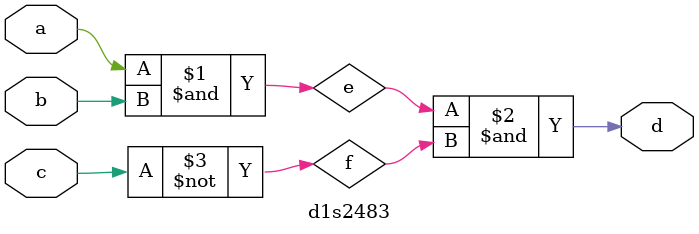
<source format=v>
module d1s2483(a,b,c,d);
  input a,b,c;
  output d;
  wire a,b,c,d,e,f;
  
  and E1(e,a,b);
  not E2(f,c);
  and E3(d,e,f);
  
endmodule
</source>
